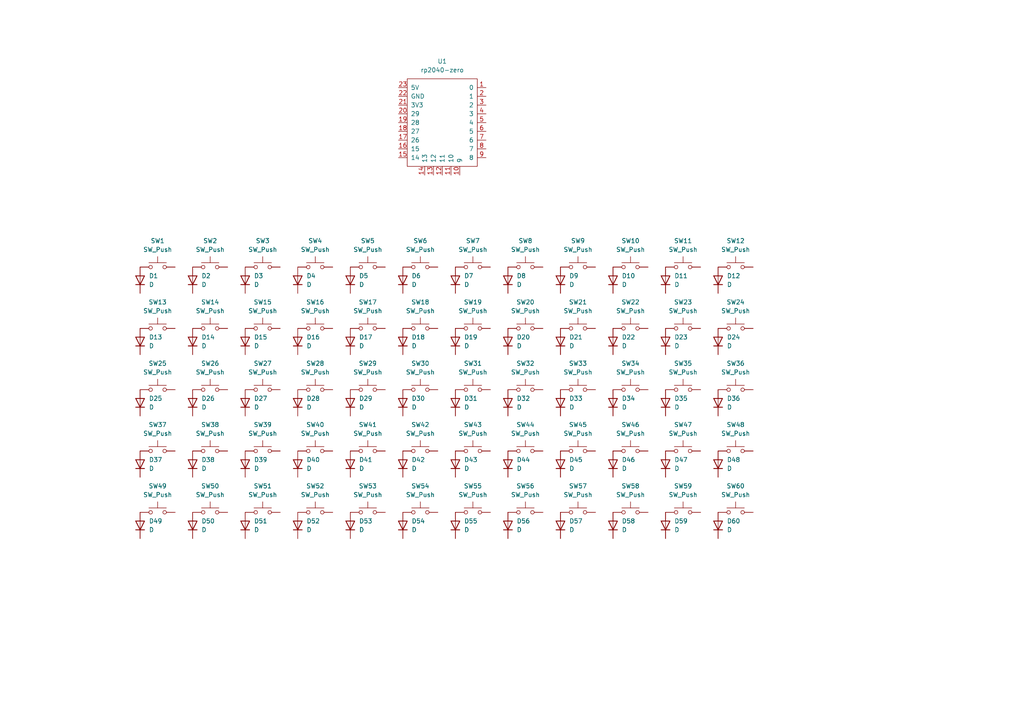
<source format=kicad_sch>
(kicad_sch (version 20231120) (generator "eeschema") (generator_version "8.0")
  (paper "A4")
  (lib_symbols
    (symbol "Device:D" (pin_numbers hide) (pin_names (offset 1.016) hide)
      (property "Reference" "D" (at 0 2.54 0))
      (property "Value" "D" (at 0 -2.54 0))
      (symbol "D_0_1"
        (polyline (pts (xy -1.27 1.27) (xy -1.27 -1.27)) (stroke (width 0.254)))
        (polyline (pts (xy 1.27 0) (xy -1.27 0)))
        (polyline (pts (xy 1.27 1.27) (xy 1.27 -1.27) (xy -1.27 0) (xy 1.27 1.27)) (stroke (width 0.254)))
      )
      (symbol "D_1_1"
        (pin passive line (at -3.81 0 0) (length 2.54) (name "K") (number "1"))
        (pin passive line (at 3.81 0 180) (length 2.54) (name "A") (number "2"))
      )
    )
    (symbol "Switch:SW_Push" (pin_numbers hide) (pin_names (offset 1.016) hide)
      (property "Reference" "SW" (at 1.27 2.54 0))
      (property "Value" "SW_Push" (at 0 -1.524 0))
      (symbol "SW_Push_0_1"
        (circle (center -2.032 0) (radius 0.508))
        (polyline (pts (xy 0 1.27) (xy 0 3.048)))
        (polyline (pts (xy 2.54 1.27) (xy -2.54 1.27)))
        (circle (center 2.032 0) (radius 0.508))
        (pin passive line (at -5.08 0 0) (length 2.54) (name "1") (number "1"))
        (pin passive line (at 5.08 0 180) (length 2.54) (name "2") (number "2"))
      )
    )
    (symbol "mcu:rp2040-zero" (pin_names (offset 1.016))
      (property "Reference" "U" (at 0 15.24 0))
      (property "Value" "rp2040-zero" (at 0 12.7 0))
      (symbol "rp2040-zero_0_1"
        (rectangle (start -10.16 11.43) (end 10.16 -13.97))
      )
      (symbol "rp2040-zero_1_1"
        (pin bidirectional line (at 12.7 8.89 180) (length 2.54) (name "0") (number "1"))
        (pin bidirectional line (at 5.08 -16.51 90) (length 2.54) (name "9") (number "10"))
        (pin bidirectional line (at 2.54 -16.51 90) (length 2.54) (name "10") (number "11"))
        (pin bidirectional line (at 0 -16.51 90) (length 2.54) (name "11") (number "12"))
        (pin bidirectional line (at -2.54 -16.51 90) (length 2.54) (name "12") (number "13"))
        (pin bidirectional line (at -5.08 -16.51 90) (length 2.54) (name "13") (number "14"))
        (pin bidirectional line (at -12.7 -11.43 0) (length 2.54) (name "14") (number "15"))
        (pin bidirectional line (at -12.7 -8.89 0) (length 2.54) (name "15") (number "16"))
        (pin bidirectional line (at -12.7 -6.35 0) (length 2.54) (name "26") (number "17"))
        (pin bidirectional line (at -12.7 -3.81 0) (length 2.54) (name "27") (number "18"))
        (pin bidirectional line (at -12.7 -1.27 0) (length 2.54) (name "28") (number "19"))
        (pin bidirectional line (at 12.7 6.35 180) (length 2.54) (name "1") (number "2"))
        (pin bidirectional line (at -12.7 1.27 0) (length 2.54) (name "29") (number "20"))
        (pin power_out line (at -12.7 3.81 0) (length 2.54) (name "3V3") (number "21"))
        (pin power_out line (at -12.7 6.35 0) (length 2.54) (name "GND") (number "22"))
        (pin power_out line (at -12.7 8.89 0) (length 2.54) (name "5V") (number "23"))
        (pin bidirectional line (at 12.7 3.81 180) (length 2.54) (name "2") (number "3"))
        (pin bidirectional line (at 12.7 1.27 180) (length 2.54) (name "3") (number "4"))
        (pin bidirectional line (at 12.7 -1.27 180) (length 2.54) (name "4") (number "5"))
        (pin bidirectional line (at 12.7 -3.81 180) (length 2.54) (name "5") (number "6"))
        (pin bidirectional line (at 12.7 -6.35 180) (length 2.54) (name "6") (number "7"))
        (pin bidirectional line (at 12.7 -8.89 180) (length 2.54) (name "7") (number "8"))
        (pin bidirectional line (at 12.7 -11.43 180) (length 2.54) (name "8") (number "9"))
      )
    )
  )
  (symbol (lib_id "Switch:SW_Push") (at 91.44 95.25 0) (unit 1)
    (property "Reference" "SW16" (at 91.44 87.63 0))
    (property "Value" "SW_Push" (at 91.44 90.17 0))
    (property "Footprint" "marbastlib-mx:SW_MX_HS_CPG151101S11_1u" (effects (hide yes)))
    (property "Description" "Push button switch, generic, two pins" (effects (hide yes)))
  )
  (symbol (lib_id "Switch:SW_Push") (at 45.72 95.25 0) (unit 1)
    (property "Reference" "SW13" (at 45.72 87.63 0))
    (property "Value" "SW_Push" (at 45.72 90.17 0))
    (property "Footprint" "marbastlib-mx:SW_MX_HS_CPG151101S11_1u" (effects (hide yes)))
    (property "Description" "Push button switch, generic, two pins" (effects (hide yes)))
  )
  (symbol (lib_id "Device:D") (at 162.56 99.06 90) (unit 1)
    (property "Reference" "D21" (at 165.1 97.7899 90) (effects (justify right)))
    (property "Value" "D" (at 165.1 100.3299 90) (effects (justify right)))
    (property "Footprint" "kbd:D3_TH_SMD_v2" (effects (hide yes)))
    (property "Description" "Diode" (effects (hide yes)))
    (property "Sim.Device" "D" (effects (hide yes)))
    (property "Sim.Pins" "1=K 2=A" (effects (hide yes)))
  )
  (symbol (lib_id "Switch:SW_Push") (at 121.92 148.59 0) (unit 1)
    (property "Reference" "SW54" (at 121.92 140.97 0))
    (property "Value" "SW_Push" (at 121.92 143.51 0))
    (property "Footprint" "marbastlib-mx:SW_MX_HS_CPG151101S11_1u" (effects (hide yes)))
    (property "Description" "Push button switch, generic, two pins" (effects (hide yes)))
  )
  (symbol (lib_id "Device:D") (at 86.36 81.28 90) (unit 1)
    (property "Reference" "D4" (at 88.9 80.0099 90) (effects (justify right)))
    (property "Value" "D" (at 88.9 82.5499 90) (effects (justify right)))
    (property "Footprint" "kbd:D3_TH_SMD_v2" (effects (hide yes)))
    (property "Description" "Diode" (effects (hide yes)))
    (property "Sim.Device" "D" (effects (hide yes)))
    (property "Sim.Pins" "1=K 2=A" (effects (hide yes)))
  )
  (symbol (lib_id "Device:D") (at 132.08 116.84 90) (unit 1)
    (property "Reference" "D31" (at 134.62 115.5699 90) (effects (justify right)))
    (property "Value" "D" (at 134.62 118.1099 90) (effects (justify right)))
    (property "Footprint" "kbd:D3_TH_SMD_v2" (effects (hide yes)))
    (property "Description" "Diode" (effects (hide yes)))
    (property "Sim.Device" "D" (effects (hide yes)))
    (property "Sim.Pins" "1=K 2=A" (effects (hide yes)))
  )
  (symbol (lib_id "Switch:SW_Push") (at 60.96 95.25 0) (unit 1)
    (property "Reference" "SW14" (at 60.96 87.63 0))
    (property "Value" "SW_Push" (at 60.96 90.17 0))
    (property "Footprint" "marbastlib-mx:SW_MX_HS_CPG151101S11_1u" (effects (hide yes)))
    (property "Description" "Push button switch, generic, two pins" (effects (hide yes)))
  )
  (symbol (lib_id "Switch:SW_Push") (at 60.96 148.59 0) (unit 1)
    (property "Reference" "SW50" (at 60.96 140.97 0))
    (property "Value" "SW_Push" (at 60.96 143.51 0))
    (property "Footprint" "marbastlib-mx:SW_MX_HS_CPG151101S11_1u" (effects (hide yes)))
    (property "Description" "Push button switch, generic, two pins" (effects (hide yes)))
  )
  (symbol (lib_id "Device:D") (at 177.8 134.62 90) (unit 1)
    (property "Reference" "D46" (at 180.34 133.3499 90) (effects (justify right)))
    (property "Value" "D" (at 180.34 135.8899 90) (effects (justify right)))
    (property "Footprint" "kbd:D3_TH_SMD_v2" (effects (hide yes)))
    (property "Description" "Diode" (effects (hide yes)))
    (property "Sim.Device" "D" (effects (hide yes)))
    (property "Sim.Pins" "1=K 2=A" (effects (hide yes)))
  )
  (symbol (lib_id "Device:D") (at 55.88 134.62 90) (unit 1)
    (property "Reference" "D38" (at 58.42 133.3499 90) (effects (justify right)))
    (property "Value" "D" (at 58.42 135.8899 90) (effects (justify right)))
    (property "Footprint" "kbd:D3_TH_SMD_v2" (effects (hide yes)))
    (property "Description" "Diode" (effects (hide yes)))
    (property "Sim.Device" "D" (effects (hide yes)))
    (property "Sim.Pins" "1=K 2=A" (effects (hide yes)))
  )
  (symbol (lib_id "Switch:SW_Push") (at 121.92 77.47 0) (unit 1)
    (property "Reference" "SW6" (at 121.92 69.85 0))
    (property "Value" "SW_Push" (at 121.92 72.39 0))
    (property "Footprint" "marbastlib-mx:SW_MX_HS_CPG151101S11_1u" (effects (hide yes)))
    (property "Description" "Push button switch, generic, two pins" (effects (hide yes)))
  )
  (symbol (lib_id "Switch:SW_Push") (at 152.4 77.47 0) (unit 1)
    (property "Reference" "SW8" (at 152.4 69.85 0))
    (property "Value" "SW_Push" (at 152.4 72.39 0))
    (property "Footprint" "marbastlib-mx:SW_MX_HS_CPG151101S11_1u" (effects (hide yes)))
    (property "Description" "Push button switch, generic, two pins" (effects (hide yes)))
  )
  (symbol (lib_id "Device:D") (at 55.88 99.06 90) (unit 1)
    (property "Reference" "D14" (at 58.42 97.7899 90) (effects (justify right)))
    (property "Value" "D" (at 58.42 100.3299 90) (effects (justify right)))
    (property "Footprint" "kbd:D3_TH_SMD_v2" (effects (hide yes)))
    (property "Description" "Diode" (effects (hide yes)))
    (property "Sim.Device" "D" (effects (hide yes)))
    (property "Sim.Pins" "1=K 2=A" (effects (hide yes)))
  )
  (symbol (lib_id "Device:D") (at 132.08 134.62 90) (unit 1)
    (property "Reference" "D43" (at 134.62 133.3499 90) (effects (justify right)))
    (property "Value" "D" (at 134.62 135.8899 90) (effects (justify right)))
    (property "Footprint" "kbd:D3_TH_SMD_v2" (effects (hide yes)))
    (property "Description" "Diode" (effects (hide yes)))
    (property "Sim.Device" "D" (effects (hide yes)))
    (property "Sim.Pins" "1=K 2=A" (effects (hide yes)))
  )
  (symbol (lib_id "Switch:SW_Push") (at 167.64 130.81 0) (unit 1)
    (property "Reference" "SW45" (at 167.64 123.19 0))
    (property "Value" "SW_Push" (at 167.64 125.73 0))
    (property "Footprint" "marbastlib-mx:SW_MX_HS_CPG151101S11_1u" (effects (hide yes)))
    (property "Description" "Push button switch, generic, two pins" (effects (hide yes)))
  )
  (symbol (lib_id "Device:D") (at 177.8 116.84 90) (unit 1)
    (property "Reference" "D34" (at 180.34 115.5699 90) (effects (justify right)))
    (property "Value" "D" (at 180.34 118.1099 90) (effects (justify right)))
    (property "Footprint" "kbd:D3_TH_SMD_v2" (effects (hide yes)))
    (property "Description" "Diode" (effects (hide yes)))
    (property "Sim.Device" "D" (effects (hide yes)))
    (property "Sim.Pins" "1=K 2=A" (effects (hide yes)))
  )
  (symbol (lib_id "Switch:SW_Push") (at 213.36 95.25 0) (unit 1)
    (property "Reference" "SW24" (at 213.36 87.63 0))
    (property "Value" "SW_Push" (at 213.36 90.17 0))
    (property "Footprint" "marbastlib-mx:SW_MX_HS_CPG151101S11_1u" (effects (hide yes)))
    (property "Description" "Push button switch, generic, two pins" (effects (hide yes)))
  )
  (symbol (lib_id "Switch:SW_Push") (at 137.16 77.47 0) (unit 1)
    (property "Reference" "SW7" (at 137.16 69.85 0))
    (property "Value" "SW_Push" (at 137.16 72.39 0))
    (property "Footprint" "marbastlib-mx:SW_MX_HS_CPG151101S11_1u" (effects (hide yes)))
    (property "Description" "Push button switch, generic, two pins" (effects (hide yes)))
  )
  (symbol (lib_id "Switch:SW_Push") (at 198.12 113.03 0) (unit 1)
    (property "Reference" "SW35" (at 198.12 105.41 0))
    (property "Value" "SW_Push" (at 198.12 107.95 0))
    (property "Footprint" "marbastlib-mx:SW_MX_HS_CPG151101S11_1u" (effects (hide yes)))
    (property "Description" "Push button switch, generic, two pins" (effects (hide yes)))
  )
  (symbol (lib_id "Switch:SW_Push") (at 182.88 95.25 0) (unit 1)
    (property "Reference" "SW22" (at 182.88 87.63 0))
    (property "Value" "SW_Push" (at 182.88 90.17 0))
    (property "Footprint" "marbastlib-mx:SW_MX_HS_CPG151101S11_1u" (effects (hide yes)))
    (property "Description" "Push button switch, generic, two pins" (effects (hide yes)))
  )
  (symbol (lib_id "Switch:SW_Push") (at 76.2 95.25 0) (unit 1)
    (property "Reference" "SW15" (at 76.2 87.63 0))
    (property "Value" "SW_Push" (at 76.2 90.17 0))
    (property "Footprint" "marbastlib-mx:SW_MX_HS_CPG151101S11_1u" (effects (hide yes)))
    (property "Description" "Push button switch, generic, two pins" (effects (hide yes)))
  )
  (symbol (lib_id "Device:D") (at 116.84 99.06 90) (unit 1)
    (property "Reference" "D18" (at 119.38 97.7899 90) (effects (justify right)))
    (property "Value" "D" (at 119.38 100.3299 90) (effects (justify right)))
    (property "Footprint" "kbd:D3_TH_SMD_v2" (effects (hide yes)))
    (property "Description" "Diode" (effects (hide yes)))
    (property "Sim.Device" "D" (effects (hide yes)))
    (property "Sim.Pins" "1=K 2=A" (effects (hide yes)))
  )
  (symbol (lib_id "Switch:SW_Push") (at 213.36 130.81 0) (unit 1)
    (property "Reference" "SW48" (at 213.36 123.19 0))
    (property "Value" "SW_Push" (at 213.36 125.73 0))
    (property "Footprint" "marbastlib-mx:SW_MX_HS_CPG151101S11_1u" (effects (hide yes)))
    (property "Description" "Push button switch, generic, two pins" (effects (hide yes)))
  )
  (symbol (lib_id "Switch:SW_Push") (at 60.96 77.47 0) (unit 1)
    (property "Reference" "SW2" (at 60.96 69.85 0))
    (property "Value" "SW_Push" (at 60.96 72.39 0))
    (property "Footprint" "marbastlib-mx:SW_MX_HS_CPG151101S11_1u" (effects (hide yes)))
    (property "Description" "Push button switch, generic, two pins" (effects (hide yes)))
  )
  (symbol (lib_id "Switch:SW_Push") (at 91.44 113.03 0) (unit 1)
    (property "Reference" "SW28" (at 91.44 105.41 0))
    (property "Value" "SW_Push" (at 91.44 107.95 0))
    (property "Footprint" "marbastlib-mx:SW_MX_HS_CPG151101S11_1u" (effects (hide yes)))
    (property "Description" "Push button switch, generic, two pins" (effects (hide yes)))
  )
  (symbol (lib_id "Switch:SW_Push") (at 91.44 77.47 0) (unit 1)
    (property "Reference" "SW4" (at 91.44 69.85 0))
    (property "Value" "SW_Push" (at 91.44 72.39 0))
    (property "Footprint" "marbastlib-mx:SW_MX_HS_CPG151101S11_1u" (effects (hide yes)))
    (property "Description" "Push button switch, generic, two pins" (effects (hide yes)))
  )
  (symbol (lib_id "Device:D") (at 71.12 81.28 90) (unit 1)
    (property "Reference" "D3" (at 73.66 80.0099 90) (effects (justify right)))
    (property "Value" "D" (at 73.66 82.5499 90) (effects (justify right)))
    (property "Footprint" "kbd:D3_TH_SMD_v2" (effects (hide yes)))
    (property "Description" "Diode" (effects (hide yes)))
    (property "Sim.Device" "D" (effects (hide yes)))
    (property "Sim.Pins" "1=K 2=A" (effects (hide yes)))
  )
  (symbol (lib_id "Switch:SW_Push") (at 152.4 95.25 0) (unit 1)
    (property "Reference" "SW20" (at 152.4 87.63 0))
    (property "Value" "SW_Push" (at 152.4 90.17 0))
    (property "Footprint" "marbastlib-mx:SW_MX_HS_CPG151101S11_1u" (effects (hide yes)))
    (property "Description" "Push button switch, generic, two pins" (effects (hide yes)))
  )
  (symbol (lib_id "Device:D") (at 116.84 81.28 90) (unit 1)
    (property "Reference" "D6" (at 119.38 80.0099 90) (effects (justify right)))
    (property "Value" "D" (at 119.38 82.5499 90) (effects (justify right)))
    (property "Footprint" "kbd:D3_TH_SMD_v2" (effects (hide yes)))
    (property "Description" "Diode" (effects (hide yes)))
    (property "Sim.Device" "D" (effects (hide yes)))
    (property "Sim.Pins" "1=K 2=A" (effects (hide yes)))
  )
  (symbol (lib_id "Switch:SW_Push") (at 167.64 77.47 0) (unit 1)
    (property "Reference" "SW9" (at 167.64 69.85 0))
    (property "Value" "SW_Push" (at 167.64 72.39 0))
    (property "Footprint" "marbastlib-mx:SW_MX_HS_CPG151101S11_1u" (effects (hide yes)))
    (property "Description" "Push button switch, generic, two pins" (effects (hide yes)))
  )
  (symbol (lib_id "Device:D") (at 86.36 116.84 90) (unit 1)
    (property "Reference" "D28" (at 88.9 115.5699 90) (effects (justify right)))
    (property "Value" "D" (at 88.9 118.1099 90) (effects (justify right)))
    (property "Footprint" "kbd:D3_TH_SMD_v2" (effects (hide yes)))
    (property "Description" "Diode" (effects (hide yes)))
    (property "Sim.Device" "D" (effects (hide yes)))
    (property "Sim.Pins" "1=K 2=A" (effects (hide yes)))
  )
  (symbol (lib_id "Switch:SW_Push") (at 106.68 95.25 0) (unit 1)
    (property "Reference" "SW17" (at 106.68 87.63 0))
    (property "Value" "SW_Push" (at 106.68 90.17 0))
    (property "Footprint" "marbastlib-mx:SW_MX_HS_CPG151101S11_1u" (effects (hide yes)))
    (property "Description" "Push button switch, generic, two pins" (effects (hide yes)))
  )
  (symbol (lib_id "Switch:SW_Push") (at 121.92 95.25 0) (unit 1)
    (property "Reference" "SW18" (at 121.92 87.63 0))
    (property "Value" "SW_Push" (at 121.92 90.17 0))
    (property "Footprint" "marbastlib-mx:SW_MX_HS_CPG151101S11_1u" (effects (hide yes)))
    (property "Description" "Push button switch, generic, two pins" (effects (hide yes)))
  )
  (symbol (lib_id "Switch:SW_Push") (at 137.16 148.59 0) (unit 1)
    (property "Reference" "SW55" (at 137.16 140.97 0))
    (property "Value" "SW_Push" (at 137.16 143.51 0))
    (property "Footprint" "marbastlib-mx:SW_MX_HS_CPG151101S11_1u" (effects (hide yes)))
    (property "Description" "Push button switch, generic, two pins" (effects (hide yes)))
  )
  (symbol (lib_id "Switch:SW_Push") (at 137.16 95.25 0) (unit 1)
    (property "Reference" "SW19" (at 137.16 87.63 0))
    (property "Value" "SW_Push" (at 137.16 90.17 0))
    (property "Footprint" "marbastlib-mx:SW_MX_HS_CPG151101S11_1u" (effects (hide yes)))
    (property "Description" "Push button switch, generic, two pins" (effects (hide yes)))
  )
  (symbol (lib_id "Device:D") (at 86.36 134.62 90) (unit 1)
    (property "Reference" "D40" (at 88.9 133.3499 90) (effects (justify right)))
    (property "Value" "D" (at 88.9 135.8899 90) (effects (justify right)))
    (property "Footprint" "kbd:D3_TH_SMD_v2" (effects (hide yes)))
    (property "Description" "Diode" (effects (hide yes)))
    (property "Sim.Device" "D" (effects (hide yes)))
    (property "Sim.Pins" "1=K 2=A" (effects (hide yes)))
  )
  (symbol (lib_id "Device:D") (at 101.6 116.84 90) (unit 1)
    (property "Reference" "D29" (at 104.14 115.5699 90) (effects (justify right)))
    (property "Value" "D" (at 104.14 118.1099 90) (effects (justify right)))
    (property "Footprint" "kbd:D3_TH_SMD_v2" (effects (hide yes)))
    (property "Description" "Diode" (effects (hide yes)))
    (property "Sim.Device" "D" (effects (hide yes)))
    (property "Sim.Pins" "1=K 2=A" (effects (hide yes)))
  )
  (symbol (lib_id "Device:D") (at 40.64 99.06 90) (unit 1)
    (property "Reference" "D13" (at 43.18 97.7899 90) (effects (justify right)))
    (property "Value" "D" (at 43.18 100.3299 90) (effects (justify right)))
    (property "Footprint" "kbd:D3_TH_SMD_v2" (effects (hide yes)))
    (property "Description" "Diode" (effects (hide yes)))
    (property "Sim.Device" "D" (effects (hide yes)))
    (property "Sim.Pins" "1=K 2=A" (effects (hide yes)))
  )
  (symbol (lib_id "Switch:SW_Push") (at 198.12 148.59 0) (unit 1)
    (property "Reference" "SW59" (at 198.12 140.97 0))
    (property "Value" "SW_Push" (at 198.12 143.51 0))
    (property "Footprint" "marbastlib-mx:SW_MX_HS_CPG151101S11_1u" (effects (hide yes)))
    (property "Description" "Push button switch, generic, two pins" (effects (hide yes)))
  )
  (symbol (lib_id "Device:D") (at 162.56 81.28 90) (unit 1)
    (property "Reference" "D9" (at 165.1 80.0099 90) (effects (justify right)))
    (property "Value" "D" (at 165.1 82.5499 90) (effects (justify right)))
    (property "Footprint" "kbd:D3_TH_SMD_v2" (effects (hide yes)))
    (property "Description" "Diode" (effects (hide yes)))
    (property "Sim.Device" "D" (effects (hide yes)))
    (property "Sim.Pins" "1=K 2=A" (effects (hide yes)))
  )
  (symbol (lib_id "Device:D") (at 208.28 99.06 90) (unit 1)
    (property "Reference" "D24" (at 210.82 97.7899 90) (effects (justify right)))
    (property "Value" "D" (at 210.82 100.3299 90) (effects (justify right)))
    (property "Footprint" "kbd:D3_TH_SMD_v2" (effects (hide yes)))
    (property "Description" "Diode" (effects (hide yes)))
    (property "Sim.Device" "D" (effects (hide yes)))
    (property "Sim.Pins" "1=K 2=A" (effects (hide yes)))
  )
  (symbol (lib_id "Switch:SW_Push") (at 182.88 77.47 0) (unit 1)
    (property "Reference" "SW10" (at 182.88 69.85 0))
    (property "Value" "SW_Push" (at 182.88 72.39 0))
    (property "Footprint" "marbastlib-mx:SW_MX_HS_CPG151101S11_1u" (effects (hide yes)))
    (property "Description" "Push button switch, generic, two pins" (effects (hide yes)))
  )
  (symbol (lib_id "Device:D") (at 208.28 116.84 90) (unit 1)
    (property "Reference" "D36" (at 210.82 115.5699 90) (effects (justify right)))
    (property "Value" "D" (at 210.82 118.1099 90) (effects (justify right)))
    (property "Footprint" "kbd:D3_TH_SMD_v2" (effects (hide yes)))
    (property "Description" "Diode" (effects (hide yes)))
    (property "Sim.Device" "D" (effects (hide yes)))
    (property "Sim.Pins" "1=K 2=A" (effects (hide yes)))
  )
  (symbol (lib_id "Device:D") (at 177.8 81.28 90) (unit 1)
    (property "Reference" "D10" (at 180.34 80.0099 90) (effects (justify right)))
    (property "Value" "D" (at 180.34 82.5499 90) (effects (justify right)))
    (property "Footprint" "kbd:D3_TH_SMD_v2" (effects (hide yes)))
    (property "Description" "Diode" (effects (hide yes)))
    (property "Sim.Device" "D" (effects (hide yes)))
    (property "Sim.Pins" "1=K 2=A" (effects (hide yes)))
  )
  (symbol (lib_id "Switch:SW_Push") (at 76.2 77.47 0) (unit 1)
    (property "Reference" "SW3" (at 76.2 69.85 0))
    (property "Value" "SW_Push" (at 76.2 72.39 0))
    (property "Footprint" "marbastlib-mx:SW_MX_HS_CPG151101S11_1u" (effects (hide yes)))
    (property "Description" "Push button switch, generic, two pins" (effects (hide yes)))
  )
  (symbol (lib_id "Switch:SW_Push") (at 182.88 148.59 0) (unit 1)
    (property "Reference" "SW58" (at 182.88 140.97 0))
    (property "Value" "SW_Push" (at 182.88 143.51 0))
    (property "Footprint" "marbastlib-mx:SW_MX_HS_CPG151101S11_1u" (effects (hide yes)))
    (property "Description" "Push button switch, generic, two pins" (effects (hide yes)))
  )
  (symbol (lib_id "Device:D") (at 208.28 134.62 90) (unit 1)
    (property "Reference" "D48" (at 210.82 133.3499 90) (effects (justify right)))
    (property "Value" "D" (at 210.82 135.8899 90) (effects (justify right)))
    (property "Footprint" "kbd:D3_TH_SMD_v2" (effects (hide yes)))
    (property "Description" "Diode" (effects (hide yes)))
    (property "Sim.Device" "D" (effects (hide yes)))
    (property "Sim.Pins" "1=K 2=A" (effects (hide yes)))
  )
  (symbol (lib_id "Device:D") (at 40.64 152.4 90) (unit 1)
    (property "Reference" "D49" (at 43.18 151.1299 90) (effects (justify right)))
    (property "Value" "D" (at 43.18 153.6699 90) (effects (justify right)))
    (property "Footprint" "kbd:D3_TH_SMD_v2" (effects (hide yes)))
    (property "Description" "Diode" (effects (hide yes)))
    (property "Sim.Device" "D" (effects (hide yes)))
    (property "Sim.Pins" "1=K 2=A" (effects (hide yes)))
  )
  (symbol (lib_id "Device:D") (at 147.32 116.84 90) (unit 1)
    (property "Reference" "D32" (at 149.86 115.5699 90) (effects (justify right)))
    (property "Value" "D" (at 149.86 118.1099 90) (effects (justify right)))
    (property "Footprint" "kbd:D3_TH_SMD_v2" (effects (hide yes)))
    (property "Description" "Diode" (effects (hide yes)))
    (property "Sim.Device" "D" (effects (hide yes)))
    (property "Sim.Pins" "1=K 2=A" (effects (hide yes)))
  )
  (symbol (lib_id "Device:D") (at 116.84 152.4 90) (unit 1)
    (property "Reference" "D54" (at 119.38 151.1299 90) (effects (justify right)))
    (property "Value" "D" (at 119.38 153.6699 90) (effects (justify right)))
    (property "Footprint" "kbd:D3_TH_SMD_v2" (effects (hide yes)))
    (property "Description" "Diode" (effects (hide yes)))
    (property "Sim.Device" "D" (effects (hide yes)))
    (property "Sim.Pins" "1=K 2=A" (effects (hide yes)))
  )
  (symbol (lib_id "Device:D") (at 162.56 116.84 90) (unit 1)
    (property "Reference" "D33" (at 165.1 115.5699 90) (effects (justify right)))
    (property "Value" "D" (at 165.1 118.1099 90) (effects (justify right)))
    (property "Footprint" "kbd:D3_TH_SMD_v2" (effects (hide yes)))
    (property "Description" "Diode" (effects (hide yes)))
    (property "Sim.Device" "D" (effects (hide yes)))
    (property "Sim.Pins" "1=K 2=A" (effects (hide yes)))
  )
  (symbol (lib_id "Device:D") (at 40.64 134.62 90) (unit 1)
    (property "Reference" "D37" (at 43.18 133.3499 90) (effects (justify right)))
    (property "Value" "D" (at 43.18 135.8899 90) (effects (justify right)))
    (property "Footprint" "kbd:D3_TH_SMD_v2" (effects (hide yes)))
    (property "Description" "Diode" (effects (hide yes)))
    (property "Sim.Device" "D" (effects (hide yes)))
    (property "Sim.Pins" "1=K 2=A" (effects (hide yes)))
  )
  (symbol (lib_id "Device:D") (at 40.64 81.28 90) (unit 1)
    (property "Reference" "D1" (at 43.18 80.0099 90) (effects (justify right)))
    (property "Value" "D" (at 43.18 82.5499 90) (effects (justify right)))
    (property "Footprint" "kbd:D3_TH_SMD_v2" (effects (hide yes)))
    (property "Description" "Diode" (effects (hide yes)))
    (property "Sim.Device" "D" (effects (hide yes)))
    (property "Sim.Pins" "1=K 2=A" (effects (hide yes)))
  )
  (symbol (lib_id "Switch:SW_Push") (at 76.2 130.81 0) (unit 1)
    (property "Reference" "SW39" (at 76.2 123.19 0))
    (property "Value" "SW_Push" (at 76.2 125.73 0))
    (property "Footprint" "marbastlib-mx:SW_MX_HS_CPG151101S11_1u" (effects (hide yes)))
    (property "Description" "Push button switch, generic, two pins" (effects (hide yes)))
  )
  (symbol (lib_id "Device:D") (at 55.88 116.84 90) (unit 1)
    (property "Reference" "D26" (at 58.42 115.5699 90) (effects (justify right)))
    (property "Value" "D" (at 58.42 118.1099 90) (effects (justify right)))
    (property "Footprint" "kbd:D3_TH_SMD_v2" (effects (hide yes)))
    (property "Description" "Diode" (effects (hide yes)))
    (property "Sim.Device" "D" (effects (hide yes)))
    (property "Sim.Pins" "1=K 2=A" (effects (hide yes)))
  )
  (symbol (lib_id "Device:D") (at 193.04 99.06 90) (unit 1)
    (property "Reference" "D23" (at 195.58 97.7899 90) (effects (justify right)))
    (property "Value" "D" (at 195.58 100.3299 90) (effects (justify right)))
    (property "Footprint" "kbd:D3_TH_SMD_v2" (effects (hide yes)))
    (property "Description" "Diode" (effects (hide yes)))
    (property "Sim.Device" "D" (effects (hide yes)))
    (property "Sim.Pins" "1=K 2=A" (effects (hide yes)))
  )
  (symbol (lib_id "Switch:SW_Push") (at 91.44 130.81 0) (unit 1)
    (property "Reference" "SW40" (at 91.44 123.19 0))
    (property "Value" "SW_Push" (at 91.44 125.73 0))
    (property "Footprint" "marbastlib-mx:SW_MX_HS_CPG151101S11_1u" (effects (hide yes)))
    (property "Description" "Push button switch, generic, two pins" (effects (hide yes)))
  )
  (symbol (lib_id "Switch:SW_Push") (at 152.4 130.81 0) (unit 1)
    (property "Reference" "SW44" (at 152.4 123.19 0))
    (property "Value" "SW_Push" (at 152.4 125.73 0))
    (property "Footprint" "marbastlib-mx:SW_MX_HS_CPG151101S11_1u" (effects (hide yes)))
    (property "Description" "Push button switch, generic, two pins" (effects (hide yes)))
  )
  (symbol (lib_id "Device:D") (at 132.08 152.4 90) (unit 1)
    (property "Reference" "D55" (at 134.62 151.1299 90) (effects (justify right)))
    (property "Value" "D" (at 134.62 153.6699 90) (effects (justify right)))
    (property "Footprint" "kbd:D3_TH_SMD_v2" (effects (hide yes)))
    (property "Description" "Diode" (effects (hide yes)))
    (property "Sim.Device" "D" (effects (hide yes)))
    (property "Sim.Pins" "1=K 2=A" (effects (hide yes)))
  )
  (symbol (lib_id "Device:D") (at 101.6 152.4 90) (unit 1)
    (property "Reference" "D53" (at 104.14 151.1299 90) (effects (justify right)))
    (property "Value" "D" (at 104.14 153.6699 90) (effects (justify right)))
    (property "Footprint" "kbd:D3_TH_SMD_v2" (effects (hide yes)))
    (property "Description" "Diode" (effects (hide yes)))
    (property "Sim.Device" "D" (effects (hide yes)))
    (property "Sim.Pins" "1=K 2=A" (effects (hide yes)))
  )
  (symbol (lib_id "Switch:SW_Push") (at 167.64 113.03 0) (unit 1)
    (property "Reference" "SW33" (at 167.64 105.41 0))
    (property "Value" "SW_Push" (at 167.64 107.95 0))
    (property "Footprint" "marbastlib-mx:SW_MX_HS_CPG151101S11_1u" (effects (hide yes)))
    (property "Description" "Push button switch, generic, two pins" (effects (hide yes)))
  )
  (symbol (lib_id "Device:D") (at 55.88 152.4 90) (unit 1)
    (property "Reference" "D50" (at 58.42 151.1299 90) (effects (justify right)))
    (property "Value" "D" (at 58.42 153.6699 90) (effects (justify right)))
    (property "Footprint" "kbd:D3_TH_SMD_v2" (effects (hide yes)))
    (property "Description" "Diode" (effects (hide yes)))
    (property "Sim.Device" "D" (effects (hide yes)))
    (property "Sim.Pins" "1=K 2=A" (effects (hide yes)))
  )
  (symbol (lib_id "Switch:SW_Push") (at 121.92 130.81 0) (unit 1)
    (property "Reference" "SW42" (at 121.92 123.19 0))
    (property "Value" "SW_Push" (at 121.92 125.73 0))
    (property "Footprint" "marbastlib-mx:SW_MX_HS_CPG151101S11_1u" (effects (hide yes)))
    (property "Description" "Push button switch, generic, two pins" (effects (hide yes)))
  )
  (symbol (lib_id "Device:D") (at 177.8 152.4 90) (unit 1)
    (property "Reference" "D58" (at 180.34 151.1299 90) (effects (justify right)))
    (property "Value" "D" (at 180.34 153.6699 90) (effects (justify right)))
    (property "Footprint" "kbd:D3_TH_SMD_v2" (effects (hide yes)))
    (property "Description" "Diode" (effects (hide yes)))
    (property "Sim.Device" "D" (effects (hide yes)))
    (property "Sim.Pins" "1=K 2=A" (effects (hide yes)))
  )
  (symbol (lib_id "Device:D") (at 162.56 134.62 90) (unit 1)
    (property "Reference" "D45" (at 165.1 133.3499 90) (effects (justify right)))
    (property "Value" "D" (at 165.1 135.8899 90) (effects (justify right)))
    (property "Footprint" "kbd:D3_TH_SMD_v2" (effects (hide yes)))
    (property "Description" "Diode" (effects (hide yes)))
    (property "Sim.Device" "D" (effects (hide yes)))
    (property "Sim.Pins" "1=K 2=A" (effects (hide yes)))
  )
  (symbol (lib_id "Device:D") (at 208.28 152.4 90) (unit 1)
    (property "Reference" "D60" (at 210.82 151.1299 90) (effects (justify right)))
    (property "Value" "D" (at 210.82 153.6699 90) (effects (justify right)))
    (property "Footprint" "kbd:D3_TH_SMD_v2" (effects (hide yes)))
    (property "Description" "Diode" (effects (hide yes)))
    (property "Sim.Device" "D" (effects (hide yes)))
    (property "Sim.Pins" "1=K 2=A" (effects (hide yes)))
  )
  (symbol (lib_id "Device:D") (at 193.04 134.62 90) (unit 1)
    (property "Reference" "D47" (at 195.58 133.3499 90) (effects (justify right)))
    (property "Value" "D" (at 195.58 135.8899 90) (effects (justify right)))
    (property "Footprint" "kbd:D3_TH_SMD_v2" (effects (hide yes)))
    (property "Description" "Diode" (effects (hide yes)))
    (property "Sim.Device" "D" (effects (hide yes)))
    (property "Sim.Pins" "1=K 2=A" (effects (hide yes)))
  )
  (symbol (lib_id "Switch:SW_Push") (at 137.16 130.81 0) (unit 1)
    (property "Reference" "SW43" (at 137.16 123.19 0))
    (property "Value" "SW_Push" (at 137.16 125.73 0))
    (property "Footprint" "marbastlib-mx:SW_MX_HS_CPG151101S11_1u" (effects (hide yes)))
    (property "Description" "Push button switch, generic, two pins" (effects (hide yes)))
  )
  (symbol (lib_id "Device:D") (at 101.6 99.06 90) (unit 1)
    (property "Reference" "D17" (at 104.14 97.7899 90) (effects (justify right)))
    (property "Value" "D" (at 104.14 100.3299 90) (effects (justify right)))
    (property "Footprint" "kbd:D3_TH_SMD_v2" (effects (hide yes)))
    (property "Description" "Diode" (effects (hide yes)))
    (property "Sim.Device" "D" (effects (hide yes)))
    (property "Sim.Pins" "1=K 2=A" (effects (hide yes)))
  )
  (symbol (lib_id "Device:D") (at 71.12 152.4 90) (unit 1)
    (property "Reference" "D51" (at 73.66 151.1299 90) (effects (justify right)))
    (property "Value" "D" (at 73.66 153.6699 90) (effects (justify right)))
    (property "Footprint" "kbd:D3_TH_SMD_v2" (effects (hide yes)))
    (property "Description" "Diode" (effects (hide yes)))
    (property "Sim.Device" "D" (effects (hide yes)))
    (property "Sim.Pins" "1=K 2=A" (effects (hide yes)))
  )
  (symbol (lib_id "Device:D") (at 208.28 81.28 90) (unit 1)
    (property "Reference" "D12" (at 210.82 80.0099 90) (effects (justify right)))
    (property "Value" "D" (at 210.82 82.5499 90) (effects (justify right)))
    (property "Footprint" "kbd:D3_TH_SMD_v2" (effects (hide yes)))
    (property "Description" "Diode" (effects (hide yes)))
    (property "Sim.Device" "D" (effects (hide yes)))
    (property "Sim.Pins" "1=K 2=A" (effects (hide yes)))
  )
  (symbol (lib_id "Switch:SW_Push") (at 45.72 130.81 0) (unit 1)
    (property "Reference" "SW37" (at 45.72 123.19 0))
    (property "Value" "SW_Push" (at 45.72 125.73 0))
    (property "Footprint" "marbastlib-mx:SW_MX_HS_CPG151101S11_1u" (effects (hide yes)))
    (property "Description" "Push button switch, generic, two pins" (effects (hide yes)))
  )
  (symbol (lib_id "Device:D") (at 177.8 99.06 90) (unit 1)
    (property "Reference" "D22" (at 180.34 97.7899 90) (effects (justify right)))
    (property "Value" "D" (at 180.34 100.3299 90) (effects (justify right)))
    (property "Footprint" "kbd:D3_TH_SMD_v2" (effects (hide yes)))
    (property "Description" "Diode" (effects (hide yes)))
    (property "Sim.Device" "D" (effects (hide yes)))
    (property "Sim.Pins" "1=K 2=A" (effects (hide yes)))
  )
  (symbol (lib_id "Device:D") (at 71.12 134.62 90) (unit 1)
    (property "Reference" "D39" (at 73.66 133.3499 90) (effects (justify right)))
    (property "Value" "D" (at 73.66 135.8899 90) (effects (justify right)))
    (property "Footprint" "kbd:D3_TH_SMD_v2" (effects (hide yes)))
    (property "Description" "Diode" (effects (hide yes)))
    (property "Sim.Device" "D" (effects (hide yes)))
    (property "Sim.Pins" "1=K 2=A" (effects (hide yes)))
  )
  (symbol (lib_id "Device:D") (at 132.08 81.28 90) (unit 1)
    (property "Reference" "D7" (at 134.62 80.0099 90) (effects (justify right)))
    (property "Value" "D" (at 134.62 82.5499 90) (effects (justify right)))
    (property "Footprint" "kbd:D3_TH_SMD_v2" (effects (hide yes)))
    (property "Description" "Diode" (effects (hide yes)))
    (property "Sim.Device" "D" (effects (hide yes)))
    (property "Sim.Pins" "1=K 2=A" (effects (hide yes)))
  )
  (symbol (lib_id "Switch:SW_Push") (at 213.36 148.59 0) (unit 1)
    (property "Reference" "SW60" (at 213.36 140.97 0))
    (property "Value" "SW_Push" (at 213.36 143.51 0))
    (property "Footprint" "marbastlib-mx:SW_MX_HS_CPG151101S11_1u" (effects (hide yes)))
    (property "Description" "Push button switch, generic, two pins" (effects (hide yes)))
  )
  (symbol (lib_id "Switch:SW_Push") (at 45.72 148.59 0) (unit 1)
    (property "Reference" "SW49" (at 45.72 140.97 0))
    (property "Value" "SW_Push" (at 45.72 143.51 0))
    (property "Footprint" "marbastlib-mx:SW_MX_HS_CPG151101S11_1u" (effects (hide yes)))
    (property "Description" "Push button switch, generic, two pins" (effects (hide yes)))
  )
  (symbol (lib_id "Switch:SW_Push") (at 106.68 77.47 0) (unit 1)
    (property "Reference" "SW5" (at 106.68 69.85 0))
    (property "Value" "SW_Push" (at 106.68 72.39 0))
    (property "Footprint" "marbastlib-mx:SW_MX_HS_CPG151101S11_1u" (effects (hide yes)))
    (property "Description" "Push button switch, generic, two pins" (effects (hide yes)))
  )
  (symbol (lib_id "Device:D") (at 162.56 152.4 90) (unit 1)
    (property "Reference" "D57" (at 165.1 151.1299 90) (effects (justify right)))
    (property "Value" "D" (at 165.1 153.6699 90) (effects (justify right)))
    (property "Footprint" "kbd:D3_TH_SMD_v2" (effects (hide yes)))
    (property "Description" "Diode" (effects (hide yes)))
    (property "Sim.Device" "D" (effects (hide yes)))
    (property "Sim.Pins" "1=K 2=A" (effects (hide yes)))
  )
  (symbol (lib_id "Switch:SW_Push") (at 91.44 148.59 0) (unit 1)
    (property "Reference" "SW52" (at 91.44 140.97 0))
    (property "Value" "SW_Push" (at 91.44 143.51 0))
    (property "Footprint" "marbastlib-mx:SW_MX_HS_CPG151101S11_1u" (effects (hide yes)))
    (property "Description" "Push button switch, generic, two pins" (effects (hide yes)))
  )
  (symbol (lib_id "Switch:SW_Push") (at 45.72 77.47 0) (unit 1)
    (property "Reference" "SW1" (at 45.72 69.85 0))
    (property "Value" "SW_Push" (at 45.72 72.39 0))
    (property "Footprint" "marbastlib-mx:SW_MX_HS_CPG151101S11_1u" (effects (hide yes)))
    (property "Description" "Push button switch, generic, two pins" (effects (hide yes)))
  )
  (symbol (lib_id "Switch:SW_Push") (at 106.68 113.03 0) (unit 1)
    (property "Reference" "SW29" (at 106.68 105.41 0))
    (property "Value" "SW_Push" (at 106.68 107.95 0))
    (property "Footprint" "marbastlib-mx:SW_MX_HS_CPG151101S11_1u" (effects (hide yes)))
    (property "Description" "Push button switch, generic, two pins" (effects (hide yes)))
  )
  (symbol (lib_id "Switch:SW_Push") (at 45.72 113.03 0) (unit 1)
    (property "Reference" "SW25" (at 45.72 105.41 0))
    (property "Value" "SW_Push" (at 45.72 107.95 0))
    (property "Footprint" "marbastlib-mx:SW_MX_HS_CPG151101S11_1u" (effects (hide yes)))
    (property "Description" "Push button switch, generic, two pins" (effects (hide yes)))
  )
  (symbol (lib_id "Switch:SW_Push") (at 182.88 130.81 0) (unit 1)
    (property "Reference" "SW46" (at 182.88 123.19 0))
    (property "Value" "SW_Push" (at 182.88 125.73 0))
    (property "Footprint" "marbastlib-mx:SW_MX_HS_CPG151101S11_1u" (effects (hide yes)))
    (property "Description" "Push button switch, generic, two pins" (effects (hide yes)))
  )
  (symbol (lib_id "Switch:SW_Push") (at 198.12 130.81 0) (unit 1)
    (property "Reference" "SW47" (at 198.12 123.19 0))
    (property "Value" "SW_Push" (at 198.12 125.73 0))
    (property "Footprint" "marbastlib-mx:SW_MX_HS_CPG151101S11_1u" (effects (hide yes)))
    (property "Description" "Push button switch, generic, two pins" (effects (hide yes)))
  )
  (symbol (lib_id "Device:D") (at 55.88 81.28 90) (unit 1)
    (property "Reference" "D2" (at 58.42 80.0099 90) (effects (justify right)))
    (property "Value" "D" (at 58.42 82.5499 90) (effects (justify right)))
    (property "Footprint" "kbd:D3_TH_SMD_v2" (effects (hide yes)))
    (property "Description" "Diode" (effects (hide yes)))
    (property "Sim.Device" "D" (effects (hide yes)))
    (property "Sim.Pins" "1=K 2=A" (effects (hide yes)))
  )
  (symbol (lib_id "Switch:SW_Push") (at 167.64 148.59 0) (unit 1)
    (property "Reference" "SW57" (at 167.64 140.97 0))
    (property "Value" "SW_Push" (at 167.64 143.51 0))
    (property "Footprint" "marbastlib-mx:SW_MX_HS_CPG151101S11_1u" (effects (hide yes)))
    (property "Description" "Push button switch, generic, two pins" (effects (hide yes)))
  )
  (symbol (lib_id "Switch:SW_Push") (at 198.12 77.47 0) (unit 1)
    (property "Reference" "SW11" (at 198.12 69.85 0))
    (property "Value" "SW_Push" (at 198.12 72.39 0))
    (property "Footprint" "marbastlib-mx:SW_MX_HS_CPG151101S11_1u" (effects (hide yes)))
    (property "Description" "Push button switch, generic, two pins" (effects (hide yes)))
  )
  (symbol (lib_id "Switch:SW_Push") (at 121.92 113.03 0) (unit 1)
    (property "Reference" "SW30" (at 121.92 105.41 0))
    (property "Value" "SW_Push" (at 121.92 107.95 0))
    (property "Footprint" "marbastlib-mx:SW_MX_HS_CPG151101S11_1u" (effects (hide yes)))
    (property "Description" "Push button switch, generic, two pins" (effects (hide yes)))
  )
  (symbol (lib_id "Switch:SW_Push") (at 106.68 130.81 0) (unit 1)
    (property "Reference" "SW41" (at 106.68 123.19 0))
    (property "Value" "SW_Push" (at 106.68 125.73 0))
    (property "Footprint" "marbastlib-mx:SW_MX_HS_CPG151101S11_1u" (effects (hide yes)))
    (property "Description" "Push button switch, generic, two pins" (effects (hide yes)))
  )
  (symbol (lib_id "Device:D") (at 101.6 81.28 90) (unit 1)
    (property "Reference" "D5" (at 104.14 80.0099 90) (effects (justify right)))
    (property "Value" "D" (at 104.14 82.5499 90) (effects (justify right)))
    (property "Footprint" "kbd:D3_TH_SMD_v2" (effects (hide yes)))
    (property "Description" "Diode" (effects (hide yes)))
    (property "Sim.Device" "D" (effects (hide yes)))
    (property "Sim.Pins" "1=K 2=A" (effects (hide yes)))
  )
  (symbol (lib_id "Switch:SW_Push") (at 76.2 148.59 0) (unit 1)
    (property "Reference" "SW51" (at 76.2 140.97 0))
    (property "Value" "SW_Push" (at 76.2 143.51 0))
    (property "Footprint" "marbastlib-mx:SW_MX_HS_CPG151101S11_1u" (effects (hide yes)))
    (property "Description" "Push button switch, generic, two pins" (effects (hide yes)))
  )
  (symbol (lib_id "Switch:SW_Push") (at 152.4 113.03 0) (unit 1)
    (property "Reference" "SW32" (at 152.4 105.41 0))
    (property "Value" "SW_Push" (at 152.4 107.95 0))
    (property "Footprint" "marbastlib-mx:SW_MX_HS_CPG151101S11_1u" (effects (hide yes)))
    (property "Description" "Push button switch, generic, two pins" (effects (hide yes)))
  )
  (symbol (lib_id "Device:D") (at 147.32 134.62 90) (unit 1)
    (property "Reference" "D44" (at 149.86 133.3499 90) (effects (justify right)))
    (property "Value" "D" (at 149.86 135.8899 90) (effects (justify right)))
    (property "Footprint" "kbd:D3_TH_SMD_v2" (effects (hide yes)))
    (property "Description" "Diode" (effects (hide yes)))
    (property "Sim.Device" "D" (effects (hide yes)))
    (property "Sim.Pins" "1=K 2=A" (effects (hide yes)))
  )
  (symbol (lib_id "Switch:SW_Push") (at 137.16 113.03 0) (unit 1)
    (property "Reference" "SW31" (at 137.16 105.41 0))
    (property "Value" "SW_Push" (at 137.16 107.95 0))
    (property "Footprint" "marbastlib-mx:SW_MX_HS_CPG151101S11_1u" (effects (hide yes)))
    (property "Description" "Push button switch, generic, two pins" (effects (hide yes)))
  )
  (symbol (lib_id "Device:D") (at 147.32 99.06 90) (unit 1)
    (property "Reference" "D20" (at 149.86 97.7899 90) (effects (justify right)))
    (property "Value" "D" (at 149.86 100.3299 90) (effects (justify right)))
    (property "Footprint" "kbd:D3_TH_SMD_v2" (effects (hide yes)))
    (property "Description" "Diode" (effects (hide yes)))
    (property "Sim.Device" "D" (effects (hide yes)))
    (property "Sim.Pins" "1=K 2=A" (effects (hide yes)))
  )
  (symbol (lib_id "Switch:SW_Push") (at 167.64 95.25 0) (unit 1)
    (property "Reference" "SW21" (at 167.64 87.63 0))
    (property "Value" "SW_Push" (at 167.64 90.17 0))
    (property "Footprint" "marbastlib-mx:SW_MX_HS_CPG151101S11_1u" (effects (hide yes)))
    (property "Description" "Push button switch, generic, two pins" (effects (hide yes)))
  )
  (symbol (lib_id "Switch:SW_Push") (at 60.96 113.03 0) (unit 1)
    (property "Reference" "SW26" (at 60.96 105.41 0))
    (property "Value" "SW_Push" (at 60.96 107.95 0))
    (property "Footprint" "marbastlib-mx:SW_MX_HS_CPG151101S11_1u" (effects (hide yes)))
    (property "Description" "Push button switch, generic, two pins" (effects (hide yes)))
  )
  (symbol (lib_id "Device:D") (at 193.04 81.28 90) (unit 1)
    (property "Reference" "D11" (at 195.58 80.0099 90) (effects (justify right)))
    (property "Value" "D" (at 195.58 82.5499 90) (effects (justify right)))
    (property "Footprint" "kbd:D3_TH_SMD_v2" (effects (hide yes)))
    (property "Description" "Diode" (effects (hide yes)))
    (property "Sim.Device" "D" (effects (hide yes)))
    (property "Sim.Pins" "1=K 2=A" (effects (hide yes)))
  )
  (symbol (lib_id "Device:D") (at 71.12 116.84 90) (unit 1)
    (property "Reference" "D27" (at 73.66 115.5699 90) (effects (justify right)))
    (property "Value" "D" (at 73.66 118.1099 90) (effects (justify right)))
    (property "Footprint" "kbd:D3_TH_SMD_v2" (effects (hide yes)))
    (property "Description" "Diode" (effects (hide yes)))
    (property "Sim.Device" "D" (effects (hide yes)))
    (property "Sim.Pins" "1=K 2=A" (effects (hide yes)))
  )
  (symbol (lib_id "Device:D") (at 132.08 99.06 90) (unit 1)
    (property "Reference" "D19" (at 134.62 97.7899 90) (effects (justify right)))
    (property "Value" "D" (at 134.62 100.3299 90) (effects (justify right)))
    (property "Footprint" "kbd:D3_TH_SMD_v2" (effects (hide yes)))
    (property "Description" "Diode" (effects (hide yes)))
    (property "Sim.Device" "D" (effects (hide yes)))
    (property "Sim.Pins" "1=K 2=A" (effects (hide yes)))
  )
  (symbol (lib_id "Device:D") (at 40.64 116.84 90) (unit 1)
    (property "Reference" "D25" (at 43.18 115.5699 90) (effects (justify right)))
    (property "Value" "D" (at 43.18 118.1099 90) (effects (justify right)))
    (property "Footprint" "kbd:D3_TH_SMD_v2" (effects (hide yes)))
    (property "Description" "Diode" (effects (hide yes)))
    (property "Sim.Device" "D" (effects (hide yes)))
    (property "Sim.Pins" "1=K 2=A" (effects (hide yes)))
  )
  (symbol (lib_id "Switch:SW_Push") (at 213.36 77.47 0) (unit 1)
    (property "Reference" "SW12" (at 213.36 69.85 0))
    (property "Value" "SW_Push" (at 213.36 72.39 0))
    (property "Footprint" "marbastlib-mx:SW_MX_HS_CPG151101S11_1u" (effects (hide yes)))
    (property "Description" "Push button switch, generic, two pins" (effects (hide yes)))
  )
  (symbol (lib_id "Switch:SW_Push") (at 106.68 148.59 0) (unit 1)
    (property "Reference" "SW53" (at 106.68 140.97 0))
    (property "Value" "SW_Push" (at 106.68 143.51 0))
    (property "Footprint" "marbastlib-mx:SW_MX_HS_CPG151101S11_1u" (effects (hide yes)))
    (property "Description" "Push button switch, generic, two pins" (effects (hide yes)))
  )
  (symbol (lib_id "Switch:SW_Push") (at 76.2 113.03 0) (unit 1)
    (property "Reference" "SW27" (at 76.2 105.41 0))
    (property "Value" "SW_Push" (at 76.2 107.95 0))
    (property "Footprint" "marbastlib-mx:SW_MX_HS_CPG151101S11_1u" (effects (hide yes)))
    (property "Description" "Push button switch, generic, two pins" (effects (hide yes)))
  )
  (symbol (lib_id "mcu:rp2040-zero") (at 128.27 34.29 0) (unit 1)
    (property "Reference" "U1" (at 128.27 17.78 0))
    (property "Value" "rp2040-zero" (at 128.27 20.32 0))
    (property "Footprint" "mcu:rp2040-zero-smd" (effects (hide yes)))
  )
  (symbol (lib_id "Device:D") (at 86.36 99.06 90) (unit 1)
    (property "Reference" "D16" (at 88.9 97.7899 90) (effects (justify right)))
    (property "Value" "D" (at 88.9 100.3299 90) (effects (justify right)))
    (property "Footprint" "kbd:D3_TH_SMD_v2" (effects (hide yes)))
    (property "Description" "Diode" (effects (hide yes)))
    (property "Sim.Device" "D" (effects (hide yes)))
    (property "Sim.Pins" "1=K 2=A" (effects (hide yes)))
  )
  (symbol (lib_id "Device:D") (at 193.04 152.4 90) (unit 1)
    (property "Reference" "D59" (at 195.58 151.1299 90) (effects (justify right)))
    (property "Value" "D" (at 195.58 153.6699 90) (effects (justify right)))
    (property "Footprint" "kbd:D3_TH_SMD_v2" (effects (hide yes)))
    (property "Description" "Diode" (effects (hide yes)))
    (property "Sim.Device" "D" (effects (hide yes)))
    (property "Sim.Pins" "1=K 2=A" (effects (hide yes)))
  )
  (symbol (lib_id "Device:D") (at 71.12 99.06 90) (unit 1)
    (property "Reference" "D15" (at 73.66 97.7899 90) (effects (justify right)))
    (property "Value" "D" (at 73.66 100.3299 90) (effects (justify right)))
    (property "Footprint" "kbd:D3_TH_SMD_v2" (effects (hide yes)))
    (property "Description" "Diode" (effects (hide yes)))
    (property "Sim.Device" "D" (effects (hide yes)))
    (property "Sim.Pins" "1=K 2=A" (effects (hide yes)))
  )
  (symbol (lib_id "Device:D") (at 147.32 81.28 90) (unit 1)
    (property "Reference" "D8" (at 149.86 80.0099 90) (effects (justify right)))
    (property "Value" "D" (at 149.86 82.5499 90) (effects (justify right)))
    (property "Footprint" "kbd:D3_TH_SMD_v2" (effects (hide yes)))
    (property "Description" "Diode" (effects (hide yes)))
    (property "Sim.Device" "D" (effects (hide yes)))
    (property "Sim.Pins" "1=K 2=A" (effects (hide yes)))
  )
  (symbol (lib_id "Device:D") (at 116.84 116.84 90) (unit 1)
    (property "Reference" "D30" (at 119.38 115.5699 90) (effects (justify right)))
    (property "Value" "D" (at 119.38 118.1099 90) (effects (justify right)))
    (property "Footprint" "kbd:D3_TH_SMD_v2" (effects (hide yes)))
    (property "Description" "Diode" (effects (hide yes)))
    (property "Sim.Device" "D" (effects (hide yes)))
    (property "Sim.Pins" "1=K 2=A" (effects (hide yes)))
  )
  (symbol (lib_id "Device:D") (at 147.32 152.4 90) (unit 1)
    (property "Reference" "D56" (at 149.86 151.1299 90) (effects (justify right)))
    (property "Value" "D" (at 149.86 153.6699 90) (effects (justify right)))
    (property "Footprint" "kbd:D3_TH_SMD_v2" (effects (hide yes)))
    (property "Description" "Diode" (effects (hide yes)))
    (property "Sim.Device" "D" (effects (hide yes)))
    (property "Sim.Pins" "1=K 2=A" (effects (hide yes)))
  )
  (symbol (lib_id "Device:D") (at 116.84 134.62 90) (unit 1)
    (property "Reference" "D42" (at 119.38 133.3499 90) (effects (justify right)))
    (property "Value" "D" (at 119.38 135.8899 90) (effects (justify right)))
    (property "Footprint" "kbd:D3_TH_SMD_v2" (effects (hide yes)))
    (property "Description" "Diode" (effects (hide yes)))
    (property "Sim.Device" "D" (effects (hide yes)))
    (property "Sim.Pins" "1=K 2=A" (effects (hide yes)))
  )
  (symbol (lib_id "Switch:SW_Push") (at 182.88 113.03 0) (unit 1)
    (property "Reference" "SW34" (at 182.88 105.41 0))
    (property "Value" "SW_Push" (at 182.88 107.95 0))
    (property "Footprint" "marbastlib-mx:SW_MX_HS_CPG151101S11_1u" (effects (hide yes)))
    (property "Description" "Push button switch, generic, two pins" (effects (hide yes)))
  )
  (symbol (lib_id "Switch:SW_Push") (at 152.4 148.59 0) (unit 1)
    (property "Reference" "SW56" (at 152.4 140.97 0))
    (property "Value" "SW_Push" (at 152.4 143.51 0))
    (property "Footprint" "marbastlib-mx:SW_MX_HS_CPG151101S11_1u" (effects (hide yes)))
    (property "Description" "Push button switch, generic, two pins" (effects (hide yes)))
  )
  (symbol (lib_id "Device:D") (at 101.6 134.62 90) (unit 1)
    (property "Reference" "D41" (at 104.14 133.3499 90) (effects (justify right)))
    (property "Value" "D" (at 104.14 135.8899 90) (effects (justify right)))
    (property "Footprint" "kbd:D3_TH_SMD_v2" (effects (hide yes)))
    (property "Description" "Diode" (effects (hide yes)))
    (property "Sim.Device" "D" (effects (hide yes)))
    (property "Sim.Pins" "1=K 2=A" (effects (hide yes)))
  )
  (symbol (lib_id "Switch:SW_Push") (at 198.12 95.25 0) (unit 1)
    (property "Reference" "SW23" (at 198.12 87.63 0))
    (property "Value" "SW_Push" (at 198.12 90.17 0))
    (property "Footprint" "marbastlib-mx:SW_MX_HS_CPG151101S11_1u" (effects (hide yes)))
    (property "Description" "Push button switch, generic, two pins" (effects (hide yes)))
  )
  (symbol (lib_id "Switch:SW_Push") (at 213.36 113.03 0) (unit 1)
    (property "Reference" "SW36" (at 213.36 105.41 0))
    (property "Value" "SW_Push" (at 213.36 107.95 0))
    (property "Footprint" "marbastlib-mx:SW_MX_HS_CPG151101S11_1u" (effects (hide yes)))
    (property "Description" "Push button switch, generic, two pins" (effects (hide yes)))
  )
  (symbol (lib_id "Switch:SW_Push") (at 60.96 130.81 0) (unit 1)
    (property "Reference" "SW38" (at 60.96 123.19 0))
    (property "Value" "SW_Push" (at 60.96 125.73 0))
    (property "Footprint" "marbastlib-mx:SW_MX_HS_CPG151101S11_1u" (effects (hide yes)))
    (property "Description" "Push button switch, generic, two pins" (effects (hide yes)))
  )
  (symbol (lib_id "Device:D") (at 86.36 152.4 90) (unit 1)
    (property "Reference" "D52" (at 88.9 151.1299 90) (effects (justify right)))
    (property "Value" "D" (at 88.9 153.6699 90) (effects (justify right)))
    (property "Footprint" "kbd:D3_TH_SMD_v2" (effects (hide yes)))
    (property "Description" "Diode" (effects (hide yes)))
    (property "Sim.Device" "D" (effects (hide yes)))
    (property "Sim.Pins" "1=K 2=A" (effects (hide yes)))
  )
  (symbol (lib_id "Device:D") (at 193.04 116.84 90) (unit 1)
    (property "Reference" "D35" (at 195.58 115.5699 90) (effects (justify right)))
    (property "Value" "D" (at 195.58 118.1099 90) (effects (justify right)))
    (property "Footprint" "kbd:D3_TH_SMD_v2" (effects (hide yes)))
    (property "Description" "Diode" (effects (hide yes)))
    (property "Sim.Device" "D" (effects (hide yes)))
    (property "Sim.Pins" "1=K 2=A" (effects (hide yes)))
  )
)
</source>
